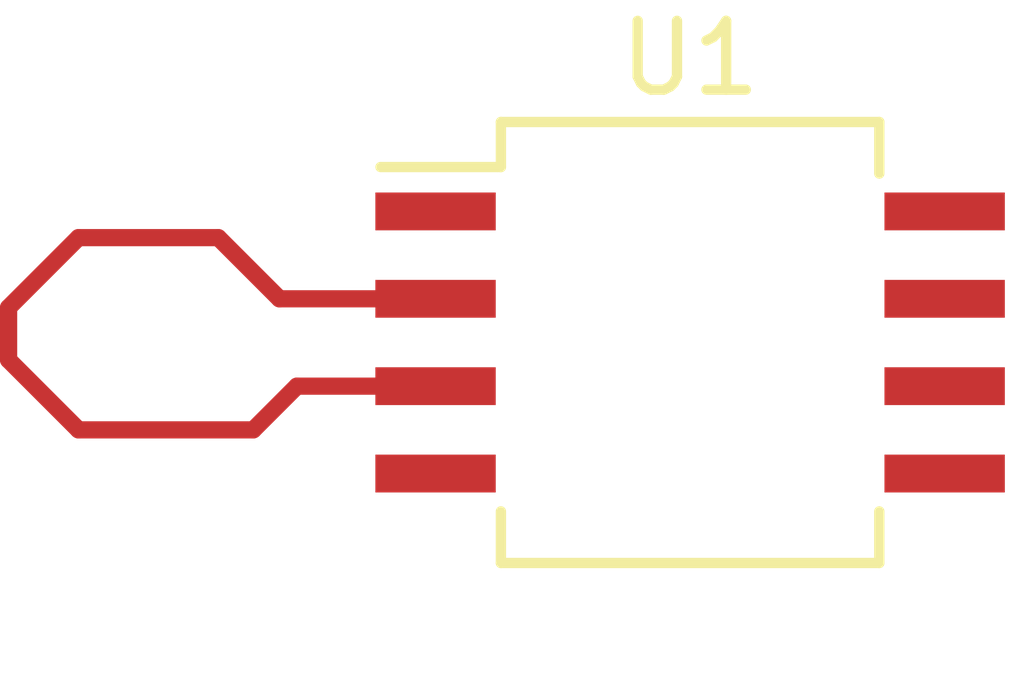
<source format=kicad_pcb>
(kicad_pcb (version 20171130) (host pcbnew 5.0.2+dfsg1-1)

  (general
    (thickness 1.6)
    (drawings 0)
    (tracks 9)
    (zones 0)
    (modules 1)
    (nets 2)
  )

  (page A4)
  (layers
    (0 F.Cu signal)
    (31 B.Cu signal)
    (32 B.Adhes user)
    (33 F.Adhes user)
    (34 B.Paste user)
    (35 F.Paste user)
    (36 B.SilkS user)
    (37 F.SilkS user)
    (38 B.Mask user)
    (39 F.Mask user)
    (40 Dwgs.User user)
    (41 Cmts.User user)
    (42 Eco1.User user)
    (43 Eco2.User user)
    (44 Edge.Cuts user)
    (45 Margin user)
    (46 B.CrtYd user)
    (47 F.CrtYd user)
    (48 B.Fab user)
    (49 F.Fab user)
  )

  (setup
    (last_trace_width 0.25)
    (trace_clearance 0.2)
    (zone_clearance 0.508)
    (zone_45_only no)
    (trace_min 0.2)
    (segment_width 0.2)
    (edge_width 0.15)
    (via_size 0.8)
    (via_drill 0.4)
    (via_min_size 0.4)
    (via_min_drill 0.3)
    (uvia_size 0.3)
    (uvia_drill 0.1)
    (uvias_allowed no)
    (uvia_min_size 0.2)
    (uvia_min_drill 0.1)
    (pcb_text_width 0.3)
    (pcb_text_size 1.5 1.5)
    (mod_edge_width 0.15)
    (mod_text_size 1 1)
    (mod_text_width 0.15)
    (pad_size 1.524 1.524)
    (pad_drill 0.762)
    (pad_to_mask_clearance 0.051)
    (solder_mask_min_width 0.25)
    (aux_axis_origin 0 0)
    (visible_elements FFFFFF7F)
    (pcbplotparams
      (layerselection 0x010fc_ffffffff)
      (usegerberextensions false)
      (usegerberattributes false)
      (usegerberadvancedattributes false)
      (creategerberjobfile false)
      (excludeedgelayer true)
      (linewidth 0.100000)
      (plotframeref false)
      (viasonmask false)
      (mode 1)
      (useauxorigin false)
      (hpglpennumber 1)
      (hpglpenspeed 20)
      (hpglpendiameter 15.000000)
      (psnegative false)
      (psa4output false)
      (plotreference true)
      (plotvalue true)
      (plotinvisibletext false)
      (padsonsilk false)
      (subtractmaskfromsilk false)
      (outputformat 1)
      (mirror false)
      (drillshape 1)
      (scaleselection 1)
      (outputdirectory ""))
  )

  (net 0 "")
  (net 1 "Net-(U1-Pad2)")

  (net_class Default "This is the default net class."
    (clearance 0.2)
    (trace_width 0.25)
    (via_dia 0.8)
    (via_drill 0.4)
    (uvia_dia 0.3)
    (uvia_drill 0.1)
    (add_net "Net-(U1-Pad2)")
  )

  (module Package_SO:SO-8_5.3x6.2mm_P1.27mm locked (layer F.Cu) (tedit 5A02F2D3) (tstamp 61C1B9D8)
    (at 118.618 85.344)
    (descr "8-Lead Plastic Small Outline, 5.3x6.2mm Body (http://www.ti.com.cn/cn/lit/ds/symlink/tl7705a.pdf)")
    (tags "SOIC 1.27")
    (path /61B4878A)
    (attr smd)
    (fp_text reference U1 (at 0 -4.13) (layer F.SilkS)
      (effects (font (size 1 1) (thickness 0.15)))
    )
    (fp_text value NE5532 (at 0 4.13) (layer F.Fab)
      (effects (font (size 1 1) (thickness 0.15)))
    )
    (fp_text user %R (at 0 0) (layer F.Fab)
      (effects (font (size 1 1) (thickness 0.15)))
    )
    (fp_line (start -1.65 -3.1) (end 2.65 -3.1) (layer F.Fab) (width 0.15))
    (fp_line (start 2.65 -3.1) (end 2.65 3.1) (layer F.Fab) (width 0.15))
    (fp_line (start 2.65 3.1) (end -2.65 3.1) (layer F.Fab) (width 0.15))
    (fp_line (start -2.65 3.1) (end -2.65 -2.1) (layer F.Fab) (width 0.15))
    (fp_line (start -2.65 -2.1) (end -1.65 -3.1) (layer F.Fab) (width 0.15))
    (fp_line (start -4.83 -3.35) (end -4.83 3.35) (layer F.CrtYd) (width 0.05))
    (fp_line (start 4.83 -3.35) (end 4.83 3.35) (layer F.CrtYd) (width 0.05))
    (fp_line (start -4.83 -3.35) (end 4.83 -3.35) (layer F.CrtYd) (width 0.05))
    (fp_line (start -4.83 3.35) (end 4.83 3.35) (layer F.CrtYd) (width 0.05))
    (fp_line (start -2.75 -3.205) (end -2.75 -2.55) (layer F.SilkS) (width 0.15))
    (fp_line (start 2.75 -3.205) (end 2.75 -2.455) (layer F.SilkS) (width 0.15))
    (fp_line (start 2.75 3.205) (end 2.75 2.455) (layer F.SilkS) (width 0.15))
    (fp_line (start -2.75 3.205) (end -2.75 2.455) (layer F.SilkS) (width 0.15))
    (fp_line (start -2.75 -3.205) (end 2.75 -3.205) (layer F.SilkS) (width 0.15))
    (fp_line (start -2.75 3.205) (end 2.75 3.205) (layer F.SilkS) (width 0.15))
    (fp_line (start -2.75 -2.55) (end -4.5 -2.55) (layer F.SilkS) (width 0.15))
    (pad 1 smd rect (at -3.7 -1.905) (size 1.75 0.55) (layers F.Cu F.Paste F.Mask))
    (pad 2 smd rect (at -3.7 -0.635) (size 1.75 0.55) (layers F.Cu F.Paste F.Mask)
      (net 1 "Net-(U1-Pad2)"))
    (pad 3 smd rect (at -3.7 0.635) (size 1.75 0.55) (layers F.Cu F.Paste F.Mask)
      (net 1 "Net-(U1-Pad2)"))
    (pad 4 smd rect (at -3.7 1.905) (size 1.75 0.55) (layers F.Cu F.Paste F.Mask))
    (pad 5 smd rect (at 3.7 1.905) (size 1.75 0.55) (layers F.Cu F.Paste F.Mask))
    (pad 6 smd rect (at 3.7 0.635) (size 1.75 0.55) (layers F.Cu F.Paste F.Mask))
    (pad 7 smd rect (at 3.7 -0.635) (size 1.75 0.55) (layers F.Cu F.Paste F.Mask))
    (pad 8 smd rect (at 3.7 -1.905) (size 1.75 0.55) (layers F.Cu F.Paste F.Mask))
    (model ${KISYS3DMOD}/Package_SO.3dshapes/SO-8_5.3x6.2mm_P1.27mm.wrl
      (at (xyz 0 0 0))
      (scale (xyz 1 1 1))
      (rotate (xyz 0 0 0))
    )
  )

  (segment (start 112.268 86.614) (end 112.903 85.979) (width 0.25) (layer F.Cu) (net 1))
  (segment (start 109.728 86.614) (end 112.268 86.614) (width 0.25) (layer F.Cu) (net 1))
  (segment (start 112.649 84.709) (end 111.76 83.82) (width 0.25) (layer F.Cu) (net 1))
  (segment (start 108.712 85.598) (end 109.728 86.614) (width 0.25) (layer F.Cu) (net 1))
  (segment (start 108.712 84.836) (end 108.712 85.598) (width 0.25) (layer F.Cu) (net 1))
  (segment (start 111.76 83.82) (end 109.728 83.82) (width 0.25) (layer F.Cu) (net 1))
  (segment (start 112.903 85.979) (end 114.918 85.979) (width 0.25) (layer F.Cu) (net 1))
  (segment (start 114.918 84.709) (end 112.649 84.709) (width 0.25) (layer F.Cu) (net 1))
  (segment (start 109.728 83.82) (end 108.712 84.836) (width 0.25) (layer F.Cu) (net 1))

)

</source>
